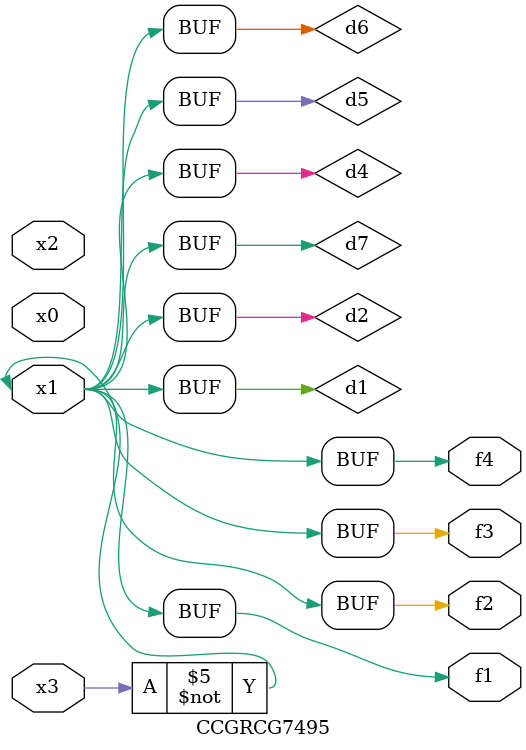
<source format=v>
module CCGRCG7495(
	input x0, x1, x2, x3,
	output f1, f2, f3, f4
);

	wire d1, d2, d3, d4, d5, d6, d7;

	not (d1, x3);
	buf (d2, x1);
	xnor (d3, d1, d2);
	nor (d4, d1);
	buf (d5, d1, d2);
	buf (d6, d4, d5);
	nand (d7, d4);
	assign f1 = d6;
	assign f2 = d7;
	assign f3 = d6;
	assign f4 = d6;
endmodule

</source>
